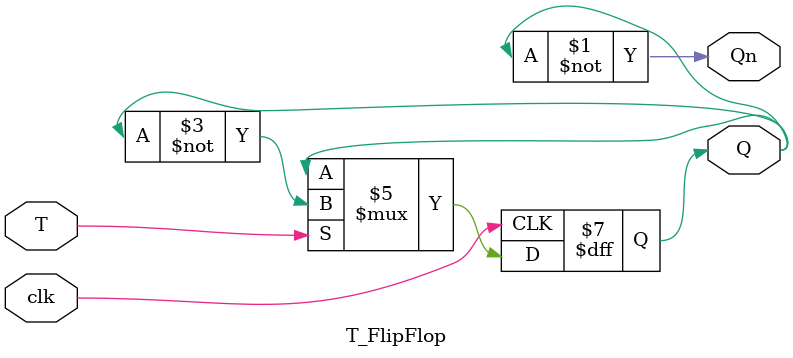
<source format=v>
`timescale 1ns / 1ps

module T_FlipFlop (
    input T,    // T input
    input clk,  // Clock input
    output reg Q, // Output
    output Qn   // Complement of output
);

    assign Qn = ~Q;

    always @(posedge clk) begin
        if (T)
            Q <= ~Q;  // Toggle when T=1
        else
            Q <= Q;   // Hold when T=0
    end

endmodule

</source>
